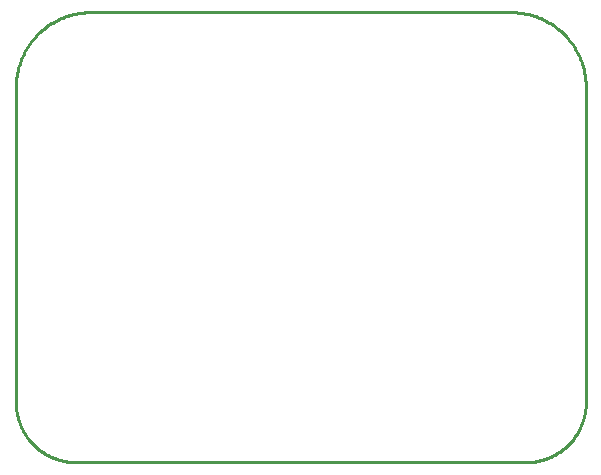
<source format=gbp>
G75*
%MOIN*%
%OFA0B0*%
%FSLAX25Y25*%
%IPPOS*%
%LPD*%
%AMOC8*
5,1,8,0,0,1.08239X$1,22.5*
%
%ADD10C,0.01000*%
D10*
X0021800Y0011250D02*
X0171800Y0011250D01*
X0172283Y0011256D01*
X0172766Y0011273D01*
X0173249Y0011303D01*
X0173730Y0011343D01*
X0174211Y0011396D01*
X0174690Y0011460D01*
X0175167Y0011535D01*
X0175643Y0011623D01*
X0176116Y0011721D01*
X0176586Y0011831D01*
X0177054Y0011952D01*
X0177519Y0012085D01*
X0177980Y0012229D01*
X0178438Y0012384D01*
X0178892Y0012550D01*
X0179342Y0012727D01*
X0179787Y0012914D01*
X0180228Y0013113D01*
X0180664Y0013321D01*
X0181094Y0013541D01*
X0181520Y0013771D01*
X0181939Y0014011D01*
X0182353Y0014261D01*
X0182760Y0014521D01*
X0183161Y0014790D01*
X0183556Y0015070D01*
X0183943Y0015358D01*
X0184324Y0015657D01*
X0184697Y0015964D01*
X0185062Y0016280D01*
X0185420Y0016605D01*
X0185770Y0016938D01*
X0186112Y0017280D01*
X0186445Y0017630D01*
X0186770Y0017988D01*
X0187086Y0018353D01*
X0187393Y0018726D01*
X0187692Y0019107D01*
X0187980Y0019494D01*
X0188260Y0019889D01*
X0188529Y0020290D01*
X0188789Y0020697D01*
X0189039Y0021111D01*
X0189279Y0021530D01*
X0189509Y0021956D01*
X0189729Y0022386D01*
X0189937Y0022822D01*
X0190136Y0023263D01*
X0190323Y0023708D01*
X0190500Y0024158D01*
X0190666Y0024612D01*
X0190821Y0025070D01*
X0190965Y0025531D01*
X0191098Y0025996D01*
X0191219Y0026464D01*
X0191329Y0026934D01*
X0191427Y0027407D01*
X0191515Y0027883D01*
X0191590Y0028360D01*
X0191654Y0028839D01*
X0191707Y0029320D01*
X0191747Y0029801D01*
X0191777Y0030284D01*
X0191794Y0030767D01*
X0191800Y0031250D01*
X0191800Y0136250D01*
X0191793Y0136854D01*
X0191771Y0137458D01*
X0191734Y0138061D01*
X0191683Y0138663D01*
X0191618Y0139263D01*
X0191538Y0139862D01*
X0191443Y0140459D01*
X0191334Y0141053D01*
X0191211Y0141645D01*
X0191074Y0142233D01*
X0190922Y0142818D01*
X0190756Y0143399D01*
X0190576Y0143975D01*
X0190383Y0144548D01*
X0190175Y0145115D01*
X0189954Y0145677D01*
X0189720Y0146234D01*
X0189472Y0146785D01*
X0189211Y0147330D01*
X0188936Y0147868D01*
X0188649Y0148400D01*
X0188349Y0148924D01*
X0188037Y0149441D01*
X0187712Y0149950D01*
X0187375Y0150452D01*
X0187025Y0150945D01*
X0186664Y0151429D01*
X0186292Y0151905D01*
X0185908Y0152371D01*
X0185513Y0152828D01*
X0185107Y0153275D01*
X0184690Y0153713D01*
X0184263Y0154140D01*
X0183825Y0154557D01*
X0183378Y0154963D01*
X0182921Y0155358D01*
X0182455Y0155742D01*
X0181979Y0156114D01*
X0181495Y0156475D01*
X0181002Y0156825D01*
X0180500Y0157162D01*
X0179991Y0157487D01*
X0179474Y0157799D01*
X0178950Y0158099D01*
X0178418Y0158386D01*
X0177880Y0158661D01*
X0177335Y0158922D01*
X0176784Y0159170D01*
X0176227Y0159404D01*
X0175665Y0159625D01*
X0175098Y0159833D01*
X0174525Y0160026D01*
X0173949Y0160206D01*
X0173368Y0160372D01*
X0172783Y0160524D01*
X0172195Y0160661D01*
X0171603Y0160784D01*
X0171009Y0160893D01*
X0170412Y0160988D01*
X0169813Y0161068D01*
X0169213Y0161133D01*
X0168611Y0161184D01*
X0168008Y0161221D01*
X0167404Y0161243D01*
X0166800Y0161250D01*
X0026800Y0161250D01*
X0026196Y0161243D01*
X0025592Y0161221D01*
X0024989Y0161184D01*
X0024387Y0161133D01*
X0023787Y0161068D01*
X0023188Y0160988D01*
X0022591Y0160893D01*
X0021997Y0160784D01*
X0021405Y0160661D01*
X0020817Y0160524D01*
X0020232Y0160372D01*
X0019651Y0160206D01*
X0019075Y0160026D01*
X0018502Y0159833D01*
X0017935Y0159625D01*
X0017373Y0159404D01*
X0016816Y0159170D01*
X0016265Y0158922D01*
X0015720Y0158661D01*
X0015182Y0158386D01*
X0014650Y0158099D01*
X0014126Y0157799D01*
X0013609Y0157487D01*
X0013100Y0157162D01*
X0012598Y0156825D01*
X0012105Y0156475D01*
X0011621Y0156114D01*
X0011145Y0155742D01*
X0010679Y0155358D01*
X0010222Y0154963D01*
X0009775Y0154557D01*
X0009337Y0154140D01*
X0008910Y0153713D01*
X0008493Y0153275D01*
X0008087Y0152828D01*
X0007692Y0152371D01*
X0007308Y0151905D01*
X0006936Y0151429D01*
X0006575Y0150945D01*
X0006225Y0150452D01*
X0005888Y0149950D01*
X0005563Y0149441D01*
X0005251Y0148924D01*
X0004951Y0148400D01*
X0004664Y0147868D01*
X0004389Y0147330D01*
X0004128Y0146785D01*
X0003880Y0146234D01*
X0003646Y0145677D01*
X0003425Y0145115D01*
X0003217Y0144548D01*
X0003024Y0143975D01*
X0002844Y0143399D01*
X0002678Y0142818D01*
X0002526Y0142233D01*
X0002389Y0141645D01*
X0002266Y0141053D01*
X0002157Y0140459D01*
X0002062Y0139862D01*
X0001982Y0139263D01*
X0001917Y0138663D01*
X0001866Y0138061D01*
X0001829Y0137458D01*
X0001807Y0136854D01*
X0001800Y0136250D01*
X0001800Y0031250D01*
X0001806Y0030767D01*
X0001823Y0030284D01*
X0001853Y0029801D01*
X0001893Y0029320D01*
X0001946Y0028839D01*
X0002010Y0028360D01*
X0002085Y0027883D01*
X0002173Y0027407D01*
X0002271Y0026934D01*
X0002381Y0026464D01*
X0002502Y0025996D01*
X0002635Y0025531D01*
X0002779Y0025070D01*
X0002934Y0024612D01*
X0003100Y0024158D01*
X0003277Y0023708D01*
X0003464Y0023263D01*
X0003663Y0022822D01*
X0003871Y0022386D01*
X0004091Y0021956D01*
X0004321Y0021530D01*
X0004561Y0021111D01*
X0004811Y0020697D01*
X0005071Y0020290D01*
X0005340Y0019889D01*
X0005620Y0019494D01*
X0005908Y0019107D01*
X0006207Y0018726D01*
X0006514Y0018353D01*
X0006830Y0017988D01*
X0007155Y0017630D01*
X0007488Y0017280D01*
X0007830Y0016938D01*
X0008180Y0016605D01*
X0008538Y0016280D01*
X0008903Y0015964D01*
X0009276Y0015657D01*
X0009657Y0015358D01*
X0010044Y0015070D01*
X0010439Y0014790D01*
X0010840Y0014521D01*
X0011247Y0014261D01*
X0011661Y0014011D01*
X0012080Y0013771D01*
X0012506Y0013541D01*
X0012936Y0013321D01*
X0013372Y0013113D01*
X0013813Y0012914D01*
X0014258Y0012727D01*
X0014708Y0012550D01*
X0015162Y0012384D01*
X0015620Y0012229D01*
X0016081Y0012085D01*
X0016546Y0011952D01*
X0017014Y0011831D01*
X0017484Y0011721D01*
X0017957Y0011623D01*
X0018433Y0011535D01*
X0018910Y0011460D01*
X0019389Y0011396D01*
X0019870Y0011343D01*
X0020351Y0011303D01*
X0020834Y0011273D01*
X0021317Y0011256D01*
X0021800Y0011250D01*
M02*

</source>
